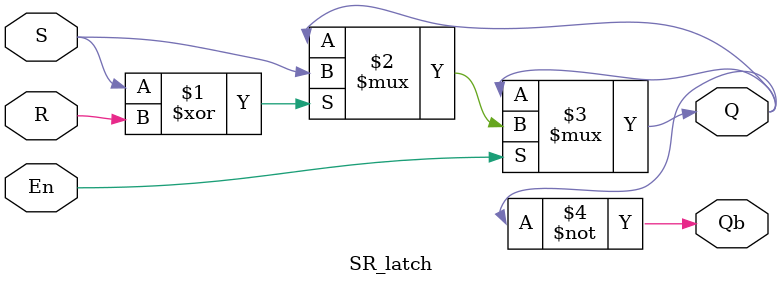
<source format=v>
`timescale 1ns / 1ps
module SR_latch(S,R,En,Q,Qb);
	input S,R,En;
	output  Q,Qb;

	assign Q = En ? ((S^R) ? S: Q) :Q;
   assign Qb = ~Q;
endmodule

</source>
